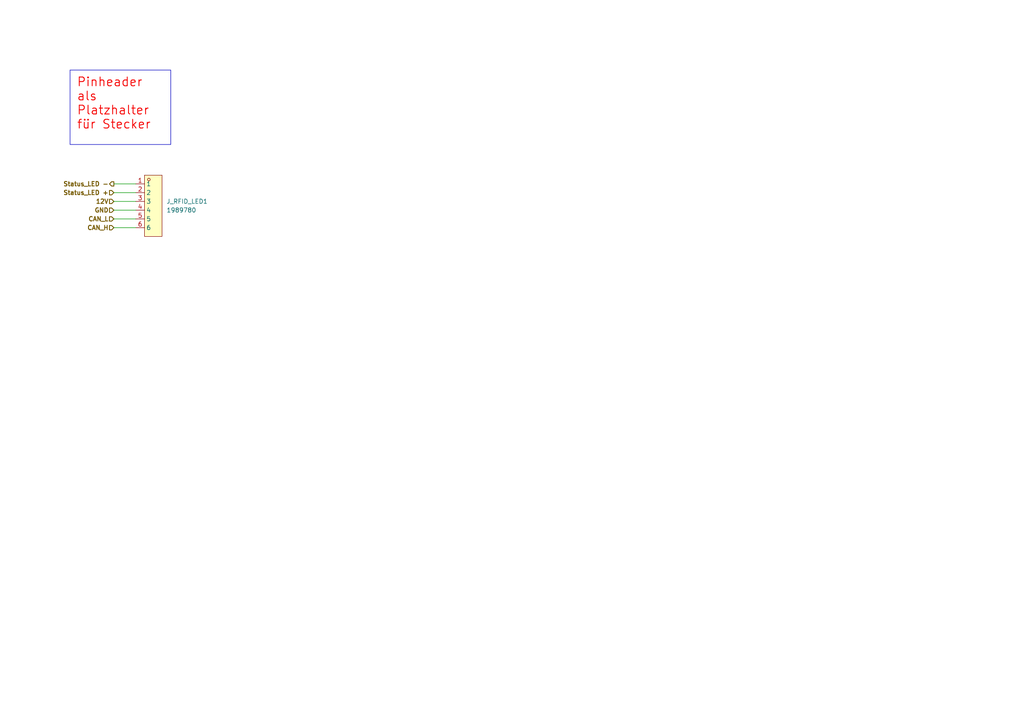
<source format=kicad_sch>
(kicad_sch (version 20250114) (generator "eeschema") (generator_version "9.0")
  (paper "A4")
  (title_block (title "E-Kart Option 1") (date "2025-04-01") (rev "1") (company "Leomax") (comment 1 "zentrale Steuer- und Kommunkationsplatine") (comment 2 "Bachelorarbiet") (comment 3 "Sebastian Hampl"))
  (lib_symbols
    (symbol "EasyEda2KiCad:1989780"
      (property "Reference" "U" (at 0 11.43 0))
      (property "Value" "1989780" (at 0 -11.43 0))
      (symbol "1989780_0_1"
        (rectangle (start -2.54 8.89) (end 2.54 -8.89) (fill (type background)))
        (circle (center -1.27 7.62) (radius 0.38))
        (pin unspecified line (at -5.08 6.35 0) (length 2.54) (name "1") (number "1"))
        (pin unspecified line (at -5.08 3.81 0) (length 2.54) (name "2") (number "2"))
        (pin unspecified line (at -5.08 1.27 0) (length 2.54) (name "3") (number "3"))
        (pin unspecified line (at -5.08 -1.27 0) (length 2.54) (name "4") (number "4"))
        (pin unspecified line (at -5.08 -3.81 0) (length 2.54) (name "5") (number "5"))
        (pin unspecified line (at -5.08 -6.35 0) (length 2.54) (name "6") (number "6"))
      )
    )
  )
  (text_box "Pinheader als Platzhalter für Stecker" (at 20.32 20.32 0) (size 29.21 21.59) (margins 1.905 1.905 1.905 1.905) (effects (font (size 2.54 2.54) (thickness 0.254) (bold yes)) (justify left top)))
  (wire (pts (xy 33.02 55.88) (xy 39.37 55.88)))
  (wire (pts (xy 33.02 63.5) (xy 39.37 63.5)))
  (wire (pts (xy 33.02 58.42) (xy 39.37 58.42)))
  (wire (pts (xy 33.02 53.34) (xy 39.37 53.34)))
  (wire (pts (xy 33.02 66.04) (xy 39.37 66.04)))
  (wire (pts (xy 33.02 60.96) (xy 39.37 60.96)))
  (hierarchical_label "CAN_L" (shape input) (at 33.02 63.5 180) (effects (font (thickness 0.254) (bold yes))))
  (hierarchical_label "Status_LED +" (shape input) (at 33.02 55.88 180) (effects (font (thickness 0.254) (bold yes))))
  (hierarchical_label "CAN_H" (shape input) (at 33.02 66.04 180) (effects (font (thickness 0.254) (bold yes))))
  (hierarchical_label "GND" (shape input) (at 33.02 60.96 180) (effects (font (thickness 0.254) (bold yes))))
  (hierarchical_label "Status_LED -" (shape output) (at 33.02 53.34 180) (effects (font (thickness 0.254) (bold yes))))
  (hierarchical_label "12V" (shape input) (at 33.02 58.42 180) (effects (font (thickness 0.254) (bold yes))))
  (symbol (lib_id "EasyEda2KiCad:1989780") (at 44.45 59.69 0) (unit 1)
    (property "Reference" "J_RFID_LED1" (at 48.26 58.4199 0) (effects (justify left)))
    (property "Value" "1989780" (at 48.26 60.9599 0) (effects (justify left)))
    (property "Footprint" "easyeda2kicad:CONN-TH_6P-P2.50_1989780" (effects (hide yes)))
    (property "LCSC Part" "C5443580" (effects (hide yes)))
  )
)
</source>
